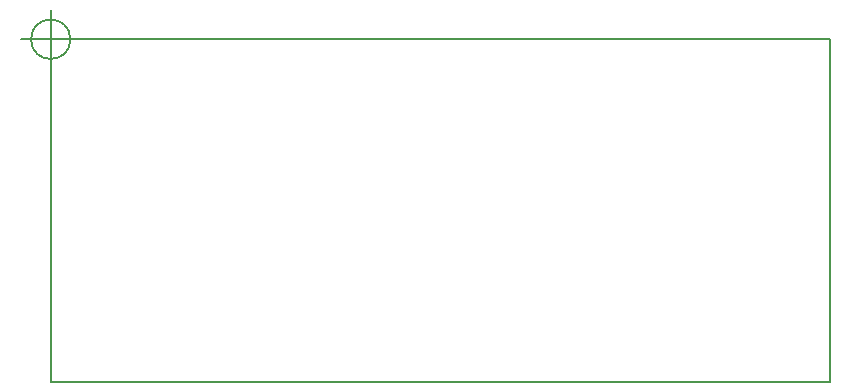
<source format=gm1>
G04 #@! TF.FileFunction,Profile,NP*
%FSLAX46Y46*%
G04 Gerber Fmt 4.6, Leading zero omitted, Abs format (unit mm)*
G04 Created by KiCad (PCBNEW 4.0.7-e0-6372~58~ubuntu16.10.1) date Sun Sep 17 16:24:02 2017*
%MOMM*%
%LPD*%
G01*
G04 APERTURE LIST*
%ADD10C,0.100000*%
%ADD11C,0.150000*%
G04 APERTURE END LIST*
D10*
D11*
X0Y-29000000D02*
X66000000Y-29000000D01*
X0Y0D02*
X0Y-29000000D01*
X66000000Y0D02*
X0Y0D01*
X66000000Y-29000000D02*
X66000000Y0D01*
X1666666Y0D02*
G75*
G03X1666666Y0I-1666666J0D01*
G01*
X-2500000Y0D02*
X2500000Y0D01*
X0Y2500000D02*
X0Y-2500000D01*
M02*

</source>
